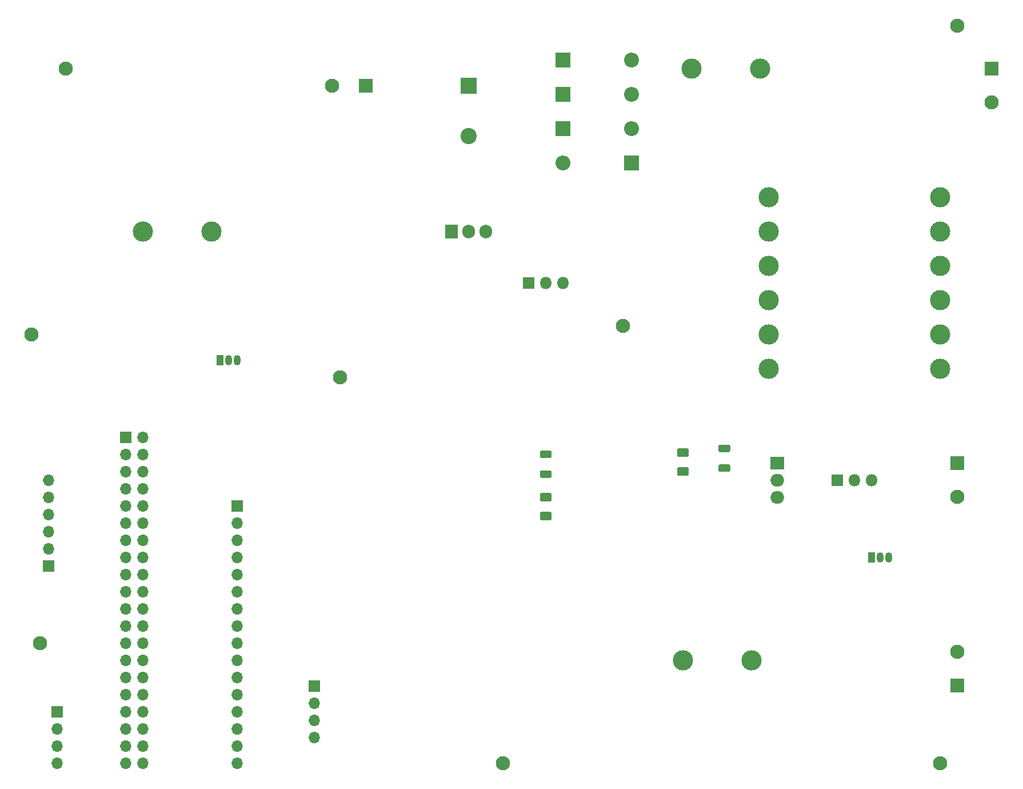
<source format=gbr>
%TF.GenerationSoftware,KiCad,Pcbnew,5.1.9*%
%TF.CreationDate,2021-04-08T17:50:56+05:30*%
%TF.ProjectId,protection,70726f74-6563-4746-996f-6e2e6b696361,rev?*%
%TF.SameCoordinates,Original*%
%TF.FileFunction,Soldermask,Bot*%
%TF.FilePolarity,Negative*%
%FSLAX46Y46*%
G04 Gerber Fmt 4.6, Leading zero omitted, Abs format (unit mm)*
G04 Created by KiCad (PCBNEW 5.1.9) date 2021-04-08 17:50:56*
%MOMM*%
%LPD*%
G01*
G04 APERTURE LIST*
%ADD10C,2.100000*%
%ADD11R,2.100000X2.100000*%
%ADD12O,1.700000X1.700000*%
%ADD13R,1.700000X1.700000*%
%ADD14O,1.905000X2.000000*%
%ADD15R,1.905000X2.000000*%
%ADD16O,2.000000X1.905000*%
%ADD17R,2.000000X1.905000*%
%ADD18C,3.000000*%
%ADD19R,1.050000X1.500000*%
%ADD20O,1.050000X1.500000*%
%ADD21R,1.800000X1.800000*%
%ADD22O,1.800000X1.800000*%
%ADD23O,2.200000X2.200000*%
%ADD24R,2.200000X2.200000*%
%ADD25R,2.400000X2.400000*%
%ADD26C,2.400000*%
G04 APERTURE END LIST*
D10*
%TO.C,P1*%
X256540000Y-53300000D03*
D11*
X256540000Y-48300000D03*
%TD*%
D10*
%TO.C,J8*%
X251460000Y-134660000D03*
D11*
X251460000Y-139660000D03*
%TD*%
D10*
%TO.C,J2*%
X158790000Y-50800000D03*
D11*
X163790000Y-50800000D03*
%TD*%
D10*
%TO.C,H8*%
X251460000Y-41910000D03*
%TD*%
%TO.C,H7*%
X201930000Y-86360000D03*
%TD*%
%TO.C,H6*%
X248920000Y-151130000D03*
%TD*%
%TO.C,H5*%
X160020000Y-93980000D03*
%TD*%
%TO.C,H4*%
X115570000Y-133350000D03*
%TD*%
%TO.C,H3*%
X184150000Y-151130000D03*
%TD*%
%TO.C,H2*%
X114300000Y-87630000D03*
%TD*%
%TO.C,H1*%
X119380000Y-48260000D03*
%TD*%
D12*
%TO.C,J1*%
X130810000Y-151130000D03*
X128270000Y-151130000D03*
X130810000Y-148590000D03*
X128270000Y-148590000D03*
X130810000Y-146050000D03*
X128270000Y-146050000D03*
X130810000Y-143510000D03*
X128270000Y-143510000D03*
X130810000Y-140970000D03*
X128270000Y-140970000D03*
X130810000Y-138430000D03*
X128270000Y-138430000D03*
X130810000Y-135890000D03*
X128270000Y-135890000D03*
X130810000Y-133350000D03*
X128270000Y-133350000D03*
X130810000Y-130810000D03*
X128270000Y-130810000D03*
X130810000Y-128270000D03*
X128270000Y-128270000D03*
X130810000Y-125730000D03*
X128270000Y-125730000D03*
X130810000Y-123190000D03*
X128270000Y-123190000D03*
X130810000Y-120650000D03*
X128270000Y-120650000D03*
X130810000Y-118110000D03*
X128270000Y-118110000D03*
X130810000Y-115570000D03*
X128270000Y-115570000D03*
X130810000Y-113030000D03*
X128270000Y-113030000D03*
X130810000Y-110490000D03*
X128270000Y-110490000D03*
X130810000Y-107950000D03*
X128270000Y-107950000D03*
X130810000Y-105410000D03*
X128270000Y-105410000D03*
X130810000Y-102870000D03*
D13*
X128270000Y-102870000D03*
%TD*%
%TO.C,D11*%
G36*
G01*
X191125000Y-112385000D02*
X189875000Y-112385000D01*
G75*
G02*
X189625000Y-112135000I0J250000D01*
G01*
X189625000Y-111385000D01*
G75*
G02*
X189875000Y-111135000I250000J0D01*
G01*
X191125000Y-111135000D01*
G75*
G02*
X191375000Y-111385000I0J-250000D01*
G01*
X191375000Y-112135000D01*
G75*
G02*
X191125000Y-112385000I-250000J0D01*
G01*
G37*
G36*
G01*
X191125000Y-115185000D02*
X189875000Y-115185000D01*
G75*
G02*
X189625000Y-114935000I0J250000D01*
G01*
X189625000Y-114185000D01*
G75*
G02*
X189875000Y-113935000I250000J0D01*
G01*
X191125000Y-113935000D01*
G75*
G02*
X191375000Y-114185000I0J-250000D01*
G01*
X191375000Y-114935000D01*
G75*
G02*
X191125000Y-115185000I-250000J0D01*
G01*
G37*
%TD*%
D14*
%TO.C,U2*%
X181610000Y-72390000D03*
X179070000Y-72390000D03*
D15*
X176530000Y-72390000D03*
%TD*%
D16*
%TO.C,U1*%
X224790000Y-111760000D03*
X224790000Y-109220000D03*
D17*
X224790000Y-106680000D03*
%TD*%
D18*
%TO.C,T1*%
X223520000Y-92710000D03*
X223520000Y-87630000D03*
X223520000Y-82550000D03*
X223520000Y-72390000D03*
X248920000Y-87630000D03*
X248920000Y-82550000D03*
X248920000Y-77470000D03*
X248920000Y-67310000D03*
X248920000Y-72390000D03*
X223520000Y-77470000D03*
X223520000Y-67310000D03*
X248920000Y-92710000D03*
%TD*%
%TO.C,R10*%
G36*
G01*
X191125002Y-105972500D02*
X189874998Y-105972500D01*
G75*
G02*
X189625000Y-105722502I0J249998D01*
G01*
X189625000Y-105097498D01*
G75*
G02*
X189874998Y-104847500I249998J0D01*
G01*
X191125002Y-104847500D01*
G75*
G02*
X191375000Y-105097498I0J-249998D01*
G01*
X191375000Y-105722502D01*
G75*
G02*
X191125002Y-105972500I-249998J0D01*
G01*
G37*
G36*
G01*
X191125002Y-108897500D02*
X189874998Y-108897500D01*
G75*
G02*
X189625000Y-108647502I0J249998D01*
G01*
X189625000Y-108022498D01*
G75*
G02*
X189874998Y-107772500I249998J0D01*
G01*
X191125002Y-107772500D01*
G75*
G02*
X191375000Y-108022498I0J-249998D01*
G01*
X191375000Y-108647502D01*
G75*
G02*
X191125002Y-108897500I-249998J0D01*
G01*
G37*
%TD*%
%TO.C,R7*%
G36*
G01*
X216314998Y-106884440D02*
X217565002Y-106884440D01*
G75*
G02*
X217815000Y-107134438I0J-249998D01*
G01*
X217815000Y-107759442D01*
G75*
G02*
X217565002Y-108009440I-249998J0D01*
G01*
X216314998Y-108009440D01*
G75*
G02*
X216065000Y-107759442I0J249998D01*
G01*
X216065000Y-107134438D01*
G75*
G02*
X216314998Y-106884440I249998J0D01*
G01*
G37*
G36*
G01*
X216314998Y-103959440D02*
X217565002Y-103959440D01*
G75*
G02*
X217815000Y-104209438I0J-249998D01*
G01*
X217815000Y-104834442D01*
G75*
G02*
X217565002Y-105084440I-249998J0D01*
G01*
X216314998Y-105084440D01*
G75*
G02*
X216065000Y-104834442I0J249998D01*
G01*
X216065000Y-104209438D01*
G75*
G02*
X216314998Y-103959440I249998J0D01*
G01*
G37*
%TD*%
D19*
%TO.C,Q4*%
X142240000Y-91440000D03*
D20*
X144780000Y-91440000D03*
X143510000Y-91440000D03*
%TD*%
D19*
%TO.C,Q3*%
X238760000Y-120650000D03*
D20*
X241300000Y-120650000D03*
X240030000Y-120650000D03*
%TD*%
D21*
%TO.C,Q2*%
X187960000Y-80010000D03*
D22*
X190500000Y-80010000D03*
X193040000Y-80010000D03*
%TD*%
%TO.C,Q1*%
X238760000Y-109220000D03*
X236220000Y-109220000D03*
D21*
X233680000Y-109220000D03*
%TD*%
D12*
%TO.C,J7*%
X118110000Y-151130000D03*
X118110000Y-148590000D03*
X118110000Y-146050000D03*
D13*
X118110000Y-143510000D03*
%TD*%
D10*
%TO.C,J4*%
X251460000Y-111720000D03*
D11*
X251460000Y-106720000D03*
%TD*%
D18*
%TO.C,F3*%
X130810000Y-72390000D03*
X140970000Y-72390000D03*
%TD*%
%TO.C,F2*%
X220980000Y-135890000D03*
X210820000Y-135890000D03*
%TD*%
%TO.C,F1*%
X212090000Y-48260000D03*
X222250000Y-48260000D03*
%TD*%
%TO.C,D9*%
G36*
G01*
X211445000Y-105775000D02*
X210195000Y-105775000D01*
G75*
G02*
X209945000Y-105525000I0J250000D01*
G01*
X209945000Y-104775000D01*
G75*
G02*
X210195000Y-104525000I250000J0D01*
G01*
X211445000Y-104525000D01*
G75*
G02*
X211695000Y-104775000I0J-250000D01*
G01*
X211695000Y-105525000D01*
G75*
G02*
X211445000Y-105775000I-250000J0D01*
G01*
G37*
G36*
G01*
X211445000Y-108575000D02*
X210195000Y-108575000D01*
G75*
G02*
X209945000Y-108325000I0J250000D01*
G01*
X209945000Y-107575000D01*
G75*
G02*
X210195000Y-107325000I250000J0D01*
G01*
X211445000Y-107325000D01*
G75*
G02*
X211695000Y-107575000I0J-250000D01*
G01*
X211695000Y-108325000D01*
G75*
G02*
X211445000Y-108575000I-250000J0D01*
G01*
G37*
%TD*%
D23*
%TO.C,D6*%
X193040000Y-62230000D03*
D24*
X203200000Y-62230000D03*
%TD*%
D23*
%TO.C,D5*%
X203200000Y-57150000D03*
D24*
X193040000Y-57150000D03*
%TD*%
D23*
%TO.C,D2*%
X203200000Y-52070000D03*
D24*
X193040000Y-52070000D03*
%TD*%
D23*
%TO.C,D1*%
X203200000Y-46990000D03*
D24*
X193040000Y-46990000D03*
%TD*%
D25*
%TO.C,C1*%
X179070000Y-50800000D03*
D26*
X179070000Y-58300000D03*
%TD*%
D12*
%TO.C,J6*%
X156210000Y-147320000D03*
X156210000Y-144780000D03*
X156210000Y-142240000D03*
D13*
X156210000Y-139700000D03*
%TD*%
D12*
%TO.C,J5*%
X144780000Y-151130000D03*
X144780000Y-148590000D03*
X144780000Y-146050000D03*
X144780000Y-143510000D03*
X144780000Y-140970000D03*
X144780000Y-138430000D03*
X144780000Y-135890000D03*
X144780000Y-133350000D03*
X144780000Y-130810000D03*
X144780000Y-128270000D03*
X144780000Y-125730000D03*
X144780000Y-123190000D03*
X144780000Y-120650000D03*
X144780000Y-118110000D03*
X144780000Y-115570000D03*
D13*
X144780000Y-113030000D03*
%TD*%
D12*
%TO.C,J3*%
X116840000Y-109220000D03*
X116840000Y-111760000D03*
X116840000Y-114300000D03*
X116840000Y-116840000D03*
X116840000Y-119380000D03*
D13*
X116840000Y-121920000D03*
%TD*%
M02*

</source>
